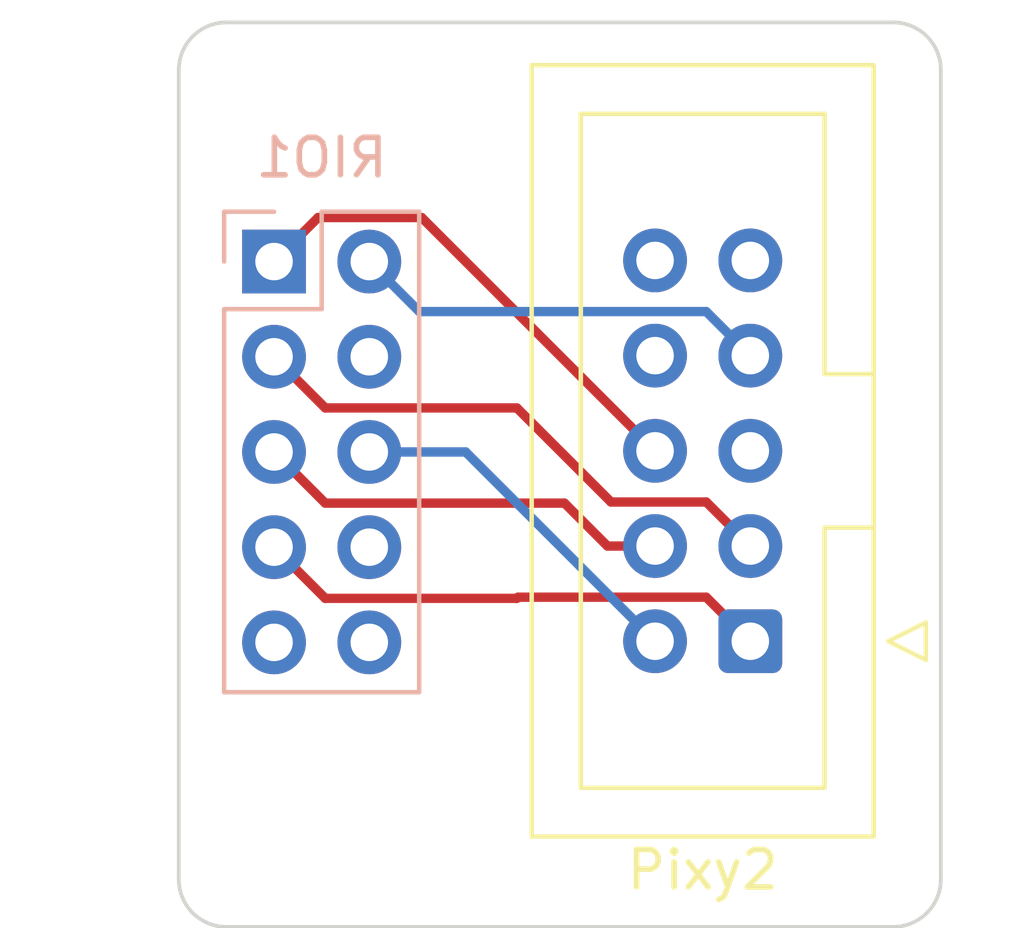
<source format=kicad_pcb>
(kicad_pcb (version 20221018) (generator pcbnew)
  (layers (0 "F.Cu" signal) (31 "B.Cu" signal) (34 "B.Paste" user) (35 "F.Paste" user) (36 "B.SilkS" user "B.Silkscreen") (37 "F.SilkS" user "F.Silkscreen") (38 "B.Mask" user) (39 "F.Mask" user) (44 "Edge.Cuts" user))
  (net 0 "")
  (net 1 "Net-(Pixy2-Pin_1)")
  (net 2 "+5V")
  (net 3 "SCLK")
  (net 4 "Net-(Pixy2-Pin_4)")
  (net 6 "GND")
  (net 7 "Net-(Pixy2-Pin_7)")
  (footprint "Connector_IDC:IDC-Header_2x05_P2.54mm_Vertical" (layer "F.Cu") (at 138.43 123.19 180)
    (fp_text reference "Pixy2" (at 1.27 -6.1) (layer "F.SilkS"))
    (fp_text value "Conn_02x05_Odd_Even")
    (fp_line (start -4.68 -0.5) (end -4.68 0.5) (stroke (width 0.12)) (layer "F.SilkS"))
    (fp_line (start -4.68 0.5) (end -3.68 0) (stroke (width 0.12)) (layer "F.SilkS"))
    (fp_line (start -3.68 0) (end -4.68 -0.5) (stroke (width 0.12)) (layer "F.SilkS"))
    (fp_line (start -3.29 -5.21) (end 5.83 -5.21) (stroke (width 0.12)) (layer "F.SilkS"))
    (fp_line (start -3.29 3.03) (end -1.98 3.03) (stroke (width 0.12)) (layer "F.SilkS"))
    (fp_line (start -3.29 15.37) (end -3.29 -5.21) (stroke (width 0.12)) (layer "F.SilkS"))
    (fp_line (start -1.98 -3.91) (end 4.52 -3.91) (stroke (width 0.12)) (layer "F.SilkS"))
    (fp_line (start -1.98 3.03) (end -1.98 -3.91) (stroke (width 0.12)) (layer "F.SilkS"))
    (fp_line (start -1.98 7.13) (end -3.29 7.13) (stroke (width 0.12)) (layer "F.SilkS"))
    (fp_line (start -1.98 7.13) (end -1.98 7.13) (stroke (width 0.12)) (layer "F.SilkS"))
    (fp_line (start -1.98 14.07) (end -1.98 7.13) (stroke (width 0.12)) (layer "F.SilkS"))
    (fp_line (start 4.52 -3.91) (end 4.52 14.07) (stroke (width 0.12)) (layer "F.SilkS"))
    (fp_line (start 4.52 14.07) (end -1.98 14.07) (stroke (width 0.12)) (layer "F.SilkS"))
    (fp_line (start 5.83 -5.21) (end 5.83 15.37) (stroke (width 0.12)) (layer "F.SilkS"))
    (fp_line (start 5.83 15.37) (end -3.29 15.37) (stroke (width 0.12)) (layer "F.SilkS"))
    (pad "1" thru_hole roundrect (at 0 0 180) (size 1.7 1.7) (drill 1) (layers "*.Cu" "*.Mask") (roundrect_rratio 0.147059) (net 1 "Net-(Pixy2-Pin_1)"))
    (pad "2" thru_hole circle (at 2.54 0 180) (size 1.7 1.7) (drill 1) (layers "*.Cu" "*.Mask") (net 2 "+5V"))
    (pad "3" thru_hole circle (at 0 2.54 180) (size 1.7 1.7) (drill 1) (layers "*.Cu" "*.Mask") (net 3 "SCLK"))
    (pad "4" thru_hole circle (at 2.54 2.54 180) (size 1.7 1.7) (drill 1) (layers "*.Cu" "*.Mask") (net 4 "Net-(Pixy2-Pin_4)"))
    (pad "5" thru_hole circle (at 0 5.08 180) (size 1.7 1.7) (drill 1) (layers "*.Cu" "*.Mask"))
    (pad "6" thru_hole circle (at 2.54 5.08 180) (size 1.7 1.7) (drill 1) (layers "*.Cu" "*.Mask") (net 6 "GND"))
    (pad "7" thru_hole circle (at 0 7.62 180) (size 1.7 1.7) (drill 1) (layers "*.Cu" "*.Mask") (net 7 "Net-(Pixy2-Pin_7)"))
    (pad "8" thru_hole circle (at 2.54 7.62 180) (size 1.7 1.7) (drill 1) (layers "*.Cu" "*.Mask"))
    (pad "9" thru_hole circle (at 0 10.16 180) (size 1.7 1.7) (drill 1) (layers "*.Cu" "*.Mask"))
    (pad "10" thru_hole circle (at 2.54 10.16 180) (size 1.7 1.7) (drill 1) (layers "*.Cu" "*.Mask"))
  )
  (footprint "Connector_PinSocket_2.54mm:PinSocket_2x05_P2.54mm_Vertical" (layer "B.Cu") (at 125.73 113.06 180)
    (fp_text reference "RIO1" (at -1.27 2.77) (layer "B.SilkS") (effects (justify mirror)))
    (fp_text value "Conn_02x05_Odd_Even")
    (fp_line (start -3.87 -11.49) (end 1.33 -11.49) (stroke (width 0.12)) (layer "B.SilkS"))
    (fp_line (start -3.87 1.33) (end -3.87 -11.49) (stroke (width 0.12)) (layer "B.SilkS"))
    (fp_line (start -3.87 1.33) (end -1.27 1.33) (stroke (width 0.12)) (layer "B.SilkS"))
    (fp_line (start -1.27 -1.27) (end 1.33 -1.27) (stroke (width 0.12)) (layer "B.SilkS"))
    (fp_line (start -1.27 1.33) (end -1.27 -1.27) (stroke (width 0.12)) (layer "B.SilkS"))
    (fp_line (start 0 1.33) (end 1.33 1.33) (stroke (width 0.12)) (layer "B.SilkS"))
    (fp_line (start 1.33 -1.27) (end 1.33 -11.49) (stroke (width 0.12)) (layer "B.SilkS"))
    (fp_line (start 1.33 1.33) (end 1.33 0) (stroke (width 0.12)) (layer "B.SilkS"))
    (pad "1" thru_hole rect (at 0 0 180) (size 1.7 1.7) (drill 1) (layers "*.Cu" "*.Mask") (net 6 "GND"))
    (pad "2" thru_hole oval (at -2.54 0 180) (size 1.7 1.7) (drill 1) (layers "*.Cu" "*.Mask") (net 7 "Net-(Pixy2-Pin_7)"))
    (pad "3" thru_hole oval (at 0 -2.54 180) (size 1.7 1.7) (drill 1) (layers "*.Cu" "*.Mask") (net 3 "SCLK"))
    (pad "4" thru_hole oval (at -2.54 -2.54 180) (size 1.7 1.7) (drill 1) (layers "*.Cu" "*.Mask"))
    (pad "5" thru_hole oval (at 0 -5.08 180) (size 1.7 1.7) (drill 1) (layers "*.Cu" "*.Mask") (net 4 "Net-(Pixy2-Pin_4)"))
    (pad "6" thru_hole oval (at -2.54 -5.08 180) (size 1.7 1.7) (drill 1) (layers "*.Cu" "*.Mask") (net 2 "+5V"))
    (pad "7" thru_hole oval (at 0 -7.62 180) (size 1.7 1.7) (drill 1) (layers "*.Cu" "*.Mask") (net 1 "Net-(Pixy2-Pin_1)"))
    (pad "8" thru_hole oval (at -2.54 -7.62 180) (size 1.7 1.7) (drill 1) (layers "*.Cu" "*.Mask"))
    (pad "9" thru_hole oval (at 0 -10.16 180) (size 1.7 1.7) (drill 1) (layers "*.Cu" "*.Mask"))
    (pad "10" thru_hole oval (at -2.54 -10.16 180) (size 1.7 1.7) (drill 1) (layers "*.Cu" "*.Mask"))
  )
  (gr_arc (start 143.51 129.54) (mid 143.138026 130.438026) (end 142.24 130.81) (stroke (width 0.1)) (layer "Edge.Cuts"))
  (gr_arc (start 123.19 107.95) (mid 123.561974 107.051974) (end 124.46 106.68) (stroke (width 0.1)) (layer "Edge.Cuts"))
  (gr_line (start 123.19 107.95) (end 123.19 129.54) (stroke (width 0.1)) (layer "Edge.Cuts"))
  (gr_line (start 142.24 130.81) (end 124.46 130.81) (stroke (width 0.1)) (layer "Edge.Cuts"))
  (gr_arc (start 142.24 106.68) (mid 143.138026 107.051974) (end 143.51 107.95) (stroke (width 0.1)) (layer "Edge.Cuts"))
  (gr_line (start 143.51 129.54) (end 143.51 107.95) (stroke (width 0.1)) (layer "Edge.Cuts"))
  (gr_arc (start 124.46 130.81) (mid 123.561974 130.438026) (end 123.19 129.54) (stroke (width 0.1)) (layer "Edge.Cuts"))
  (gr_line (start 142.24 106.68) (end 124.46 106.68) (stroke (width 0.1)) (layer "Edge.Cuts"))
  (segment (start 132.235 122.015) (end 137.255 122.015) (width 0.25) (layer "F.Cu") (net 1))
  (segment (start 137.255 122.015) (end 138.43 123.19) (width 0.25) (layer "F.Cu") (net 1))
  (segment (start 132.205 122.045) (end 132.235 122.015) (width 0.25) (layer "F.Cu") (net 1))
  (segment (start 127.095 122.045) (end 132.205 122.045) (width 0.25) (layer "F.Cu") (net 1))
  (segment (start 125.73 120.68) (end 127.095 122.045) (width 0.25) (layer "F.Cu") (net 1))
  (segment (start 130.84 118.14) (end 135.89 123.19) (width 0.25) (layer "B.Cu") (net 2))
  (segment (start 128.27 118.14) (end 130.84 118.14) (width 0.25) (layer "B.Cu") (net 2))
  (segment (start 125.73 115.6) (end 127.095 116.965) (width 0.25) (layer "F.Cu") (net 3))
  (segment (start 134.715 119.475) (end 137.255 119.475) (width 0.25) (layer "F.Cu") (net 3))
  (segment (start 137.255 119.475) (end 138.43 120.65) (width 0.25) (layer "F.Cu") (net 3))
  (segment (start 132.205 116.965) (end 134.715 119.475) (width 0.25) (layer "F.Cu") (net 3))
  (segment (start 127.095 116.965) (end 132.205 116.965) (width 0.25) (layer "F.Cu") (net 3))
  (segment (start 125.73 118.14) (end 127.095 119.505) (width 0.25) (layer "F.Cu") (net 4))
  (segment (start 133.475 119.505) (end 134.62 120.65) (width 0.25) (layer "F.Cu") (net 4))
  (segment (start 134.62 120.65) (end 135.89 120.65) (width 0.25) (layer "F.Cu") (net 4))
  (segment (start 127.095 119.505) (end 133.475 119.505) (width 0.25) (layer "F.Cu") (net 4))
  (segment (start 129.665 111.885) (end 135.89 118.11) (width 0.25) (layer "F.Cu") (net 6))
  (segment (start 126.905 111.885) (end 129.665 111.885) (width 0.25) (layer "F.Cu") (net 6))
  (segment (start 125.73 113.06) (end 126.905 111.885) (width 0.25) (layer "F.Cu") (net 6))
  (segment (start 129.605 114.395) (end 137.255 114.395) (width 0.25) (layer "B.Cu") (net 7))
  (segment (start 128.27 113.06) (end 129.605 114.395) (width 0.25) (layer "B.Cu") (net 7))
  (segment (start 137.255 114.395) (end 138.43 115.57) (width 0.25) (layer "B.Cu") (net 7))
)
</source>
